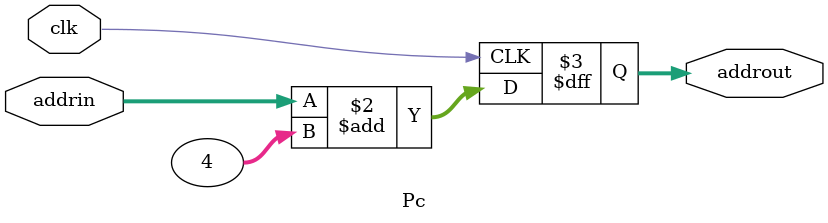
<source format=v>
module Pc(addrin, addrout, clk);

input [31:0] addrin; //32 bit address in
input clk;
output reg [31:0] addrout; //32 bit address out


always@(posedge clk) begin
	addrout <= addrin + 4;
end 
endmodule

</source>
